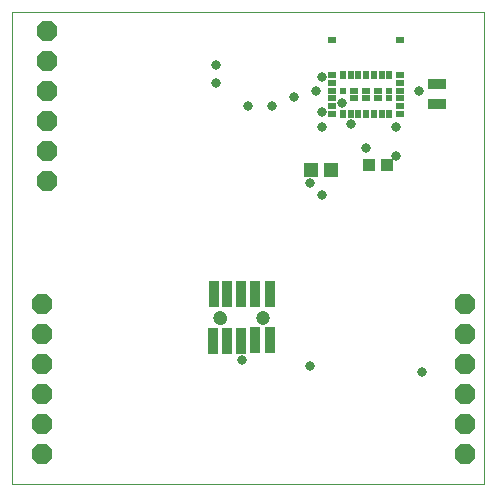
<source format=gts>
G75*
%MOIN*%
%OFA0B0*%
%FSLAX25Y25*%
%IPPOS*%
%LPD*%
%AMOC8*
5,1,8,0,0,1.08239X$1,22.5*
%
%ADD10C,0.00000*%
%ADD11OC8,0.06800*%
%ADD12R,0.03300X0.08800*%
%ADD13C,0.04737*%
%ADD14R,0.05131X0.04737*%
%ADD15R,0.03162X0.01981*%
%ADD16R,0.01981X0.03162*%
%ADD17R,0.01981X0.01981*%
%ADD18R,0.06312X0.03556*%
%ADD19R,0.03950X0.03950*%
%ADD20C,0.03200*%
D10*
X0004867Y0001000D02*
X0004867Y0158480D01*
X0162347Y0158480D01*
X0162347Y0001000D01*
X0004867Y0001000D01*
X0072307Y0056433D02*
X0072309Y0056521D01*
X0072315Y0056609D01*
X0072325Y0056697D01*
X0072339Y0056785D01*
X0072356Y0056871D01*
X0072378Y0056957D01*
X0072403Y0057041D01*
X0072433Y0057125D01*
X0072465Y0057207D01*
X0072502Y0057287D01*
X0072542Y0057366D01*
X0072586Y0057443D01*
X0072633Y0057518D01*
X0072683Y0057590D01*
X0072737Y0057661D01*
X0072793Y0057728D01*
X0072853Y0057794D01*
X0072915Y0057856D01*
X0072981Y0057916D01*
X0073048Y0057972D01*
X0073119Y0058026D01*
X0073191Y0058076D01*
X0073266Y0058123D01*
X0073343Y0058167D01*
X0073422Y0058207D01*
X0073502Y0058244D01*
X0073584Y0058276D01*
X0073668Y0058306D01*
X0073752Y0058331D01*
X0073838Y0058353D01*
X0073924Y0058370D01*
X0074012Y0058384D01*
X0074100Y0058394D01*
X0074188Y0058400D01*
X0074276Y0058402D01*
X0074364Y0058400D01*
X0074452Y0058394D01*
X0074540Y0058384D01*
X0074628Y0058370D01*
X0074714Y0058353D01*
X0074800Y0058331D01*
X0074884Y0058306D01*
X0074968Y0058276D01*
X0075050Y0058244D01*
X0075130Y0058207D01*
X0075209Y0058167D01*
X0075286Y0058123D01*
X0075361Y0058076D01*
X0075433Y0058026D01*
X0075504Y0057972D01*
X0075571Y0057916D01*
X0075637Y0057856D01*
X0075699Y0057794D01*
X0075759Y0057728D01*
X0075815Y0057661D01*
X0075869Y0057590D01*
X0075919Y0057518D01*
X0075966Y0057443D01*
X0076010Y0057366D01*
X0076050Y0057287D01*
X0076087Y0057207D01*
X0076119Y0057125D01*
X0076149Y0057041D01*
X0076174Y0056957D01*
X0076196Y0056871D01*
X0076213Y0056785D01*
X0076227Y0056697D01*
X0076237Y0056609D01*
X0076243Y0056521D01*
X0076245Y0056433D01*
X0076243Y0056345D01*
X0076237Y0056257D01*
X0076227Y0056169D01*
X0076213Y0056081D01*
X0076196Y0055995D01*
X0076174Y0055909D01*
X0076149Y0055825D01*
X0076119Y0055741D01*
X0076087Y0055659D01*
X0076050Y0055579D01*
X0076010Y0055500D01*
X0075966Y0055423D01*
X0075919Y0055348D01*
X0075869Y0055276D01*
X0075815Y0055205D01*
X0075759Y0055138D01*
X0075699Y0055072D01*
X0075637Y0055010D01*
X0075571Y0054950D01*
X0075504Y0054894D01*
X0075433Y0054840D01*
X0075361Y0054790D01*
X0075286Y0054743D01*
X0075209Y0054699D01*
X0075130Y0054659D01*
X0075050Y0054622D01*
X0074968Y0054590D01*
X0074884Y0054560D01*
X0074800Y0054535D01*
X0074714Y0054513D01*
X0074628Y0054496D01*
X0074540Y0054482D01*
X0074452Y0054472D01*
X0074364Y0054466D01*
X0074276Y0054464D01*
X0074188Y0054466D01*
X0074100Y0054472D01*
X0074012Y0054482D01*
X0073924Y0054496D01*
X0073838Y0054513D01*
X0073752Y0054535D01*
X0073668Y0054560D01*
X0073584Y0054590D01*
X0073502Y0054622D01*
X0073422Y0054659D01*
X0073343Y0054699D01*
X0073266Y0054743D01*
X0073191Y0054790D01*
X0073119Y0054840D01*
X0073048Y0054894D01*
X0072981Y0054950D01*
X0072915Y0055010D01*
X0072853Y0055072D01*
X0072793Y0055138D01*
X0072737Y0055205D01*
X0072683Y0055276D01*
X0072633Y0055348D01*
X0072586Y0055423D01*
X0072542Y0055500D01*
X0072502Y0055579D01*
X0072465Y0055659D01*
X0072433Y0055741D01*
X0072403Y0055825D01*
X0072378Y0055909D01*
X0072356Y0055995D01*
X0072339Y0056081D01*
X0072325Y0056169D01*
X0072315Y0056257D01*
X0072309Y0056345D01*
X0072307Y0056433D01*
X0086480Y0056433D02*
X0086482Y0056521D01*
X0086488Y0056609D01*
X0086498Y0056697D01*
X0086512Y0056785D01*
X0086529Y0056871D01*
X0086551Y0056957D01*
X0086576Y0057041D01*
X0086606Y0057125D01*
X0086638Y0057207D01*
X0086675Y0057287D01*
X0086715Y0057366D01*
X0086759Y0057443D01*
X0086806Y0057518D01*
X0086856Y0057590D01*
X0086910Y0057661D01*
X0086966Y0057728D01*
X0087026Y0057794D01*
X0087088Y0057856D01*
X0087154Y0057916D01*
X0087221Y0057972D01*
X0087292Y0058026D01*
X0087364Y0058076D01*
X0087439Y0058123D01*
X0087516Y0058167D01*
X0087595Y0058207D01*
X0087675Y0058244D01*
X0087757Y0058276D01*
X0087841Y0058306D01*
X0087925Y0058331D01*
X0088011Y0058353D01*
X0088097Y0058370D01*
X0088185Y0058384D01*
X0088273Y0058394D01*
X0088361Y0058400D01*
X0088449Y0058402D01*
X0088537Y0058400D01*
X0088625Y0058394D01*
X0088713Y0058384D01*
X0088801Y0058370D01*
X0088887Y0058353D01*
X0088973Y0058331D01*
X0089057Y0058306D01*
X0089141Y0058276D01*
X0089223Y0058244D01*
X0089303Y0058207D01*
X0089382Y0058167D01*
X0089459Y0058123D01*
X0089534Y0058076D01*
X0089606Y0058026D01*
X0089677Y0057972D01*
X0089744Y0057916D01*
X0089810Y0057856D01*
X0089872Y0057794D01*
X0089932Y0057728D01*
X0089988Y0057661D01*
X0090042Y0057590D01*
X0090092Y0057518D01*
X0090139Y0057443D01*
X0090183Y0057366D01*
X0090223Y0057287D01*
X0090260Y0057207D01*
X0090292Y0057125D01*
X0090322Y0057041D01*
X0090347Y0056957D01*
X0090369Y0056871D01*
X0090386Y0056785D01*
X0090400Y0056697D01*
X0090410Y0056609D01*
X0090416Y0056521D01*
X0090418Y0056433D01*
X0090416Y0056345D01*
X0090410Y0056257D01*
X0090400Y0056169D01*
X0090386Y0056081D01*
X0090369Y0055995D01*
X0090347Y0055909D01*
X0090322Y0055825D01*
X0090292Y0055741D01*
X0090260Y0055659D01*
X0090223Y0055579D01*
X0090183Y0055500D01*
X0090139Y0055423D01*
X0090092Y0055348D01*
X0090042Y0055276D01*
X0089988Y0055205D01*
X0089932Y0055138D01*
X0089872Y0055072D01*
X0089810Y0055010D01*
X0089744Y0054950D01*
X0089677Y0054894D01*
X0089606Y0054840D01*
X0089534Y0054790D01*
X0089459Y0054743D01*
X0089382Y0054699D01*
X0089303Y0054659D01*
X0089223Y0054622D01*
X0089141Y0054590D01*
X0089057Y0054560D01*
X0088973Y0054535D01*
X0088887Y0054513D01*
X0088801Y0054496D01*
X0088713Y0054482D01*
X0088625Y0054472D01*
X0088537Y0054466D01*
X0088449Y0054464D01*
X0088361Y0054466D01*
X0088273Y0054472D01*
X0088185Y0054482D01*
X0088097Y0054496D01*
X0088011Y0054513D01*
X0087925Y0054535D01*
X0087841Y0054560D01*
X0087757Y0054590D01*
X0087675Y0054622D01*
X0087595Y0054659D01*
X0087516Y0054699D01*
X0087439Y0054743D01*
X0087364Y0054790D01*
X0087292Y0054840D01*
X0087221Y0054894D01*
X0087154Y0054950D01*
X0087088Y0055010D01*
X0087026Y0055072D01*
X0086966Y0055138D01*
X0086910Y0055205D01*
X0086856Y0055276D01*
X0086806Y0055348D01*
X0086759Y0055423D01*
X0086715Y0055500D01*
X0086675Y0055579D01*
X0086638Y0055659D01*
X0086606Y0055741D01*
X0086576Y0055825D01*
X0086551Y0055909D01*
X0086529Y0055995D01*
X0086512Y0056081D01*
X0086498Y0056169D01*
X0086488Y0056257D01*
X0086482Y0056345D01*
X0086480Y0056433D01*
D11*
X0016678Y0101984D03*
X0016678Y0111984D03*
X0016678Y0121984D03*
X0016678Y0131984D03*
X0016678Y0141984D03*
X0016678Y0151984D03*
X0014867Y0061000D03*
X0014867Y0051000D03*
X0014867Y0041000D03*
X0014867Y0031000D03*
X0014867Y0021000D03*
X0014867Y0011000D03*
X0156048Y0011000D03*
X0156048Y0021000D03*
X0156048Y0031000D03*
X0156048Y0041000D03*
X0156048Y0051000D03*
X0156048Y0061000D03*
D12*
X0090812Y0064307D03*
X0086087Y0064307D03*
X0081363Y0064307D03*
X0076638Y0064307D03*
X0072111Y0064307D03*
X0071914Y0048756D03*
X0076638Y0048756D03*
X0081363Y0048756D03*
X0086087Y0048953D03*
X0090812Y0048953D03*
D13*
X0088449Y0056433D03*
X0074276Y0056433D03*
D14*
X0104670Y0105724D03*
X0111363Y0105724D03*
D15*
X0111560Y0124524D03*
X0111560Y0127083D03*
X0111560Y0129642D03*
X0111560Y0132201D03*
X0111560Y0134760D03*
X0111560Y0137319D03*
X0119040Y0132201D03*
X0119040Y0129642D03*
X0122977Y0129642D03*
X0122977Y0132201D03*
X0126914Y0132201D03*
X0126914Y0129642D03*
X0134394Y0129642D03*
X0134394Y0127083D03*
X0134394Y0124524D03*
X0134394Y0132201D03*
X0134394Y0134760D03*
X0134394Y0137319D03*
X0134394Y0149130D03*
X0111560Y0149130D03*
D16*
X0115300Y0137319D03*
X0117859Y0137319D03*
X0120418Y0137319D03*
X0122977Y0137319D03*
X0125536Y0137319D03*
X0128095Y0137319D03*
X0130654Y0137319D03*
X0130654Y0124524D03*
X0128095Y0124524D03*
X0125536Y0124524D03*
X0122977Y0124524D03*
X0120418Y0124524D03*
X0117859Y0124524D03*
X0115300Y0124524D03*
D17*
X0115300Y0132201D03*
X0130654Y0132201D03*
X0130654Y0129642D03*
D18*
X0146599Y0127575D03*
X0146599Y0134268D03*
D19*
X0129867Y0107299D03*
X0123961Y0107299D03*
D20*
X0122977Y0113205D03*
X0118056Y0121079D03*
X0114906Y0127969D03*
X0108213Y0125016D03*
X0108213Y0120094D03*
X0098961Y0129937D03*
X0091481Y0126984D03*
X0083607Y0126984D03*
X0072780Y0134858D03*
X0072780Y0140764D03*
X0106245Y0131906D03*
X0108213Y0136827D03*
X0132819Y0120094D03*
X0132819Y0110252D03*
X0140693Y0131906D03*
X0108213Y0097457D03*
X0104276Y0101394D03*
X0081638Y0042339D03*
X0104276Y0040370D03*
X0141678Y0038402D03*
M02*

</source>
